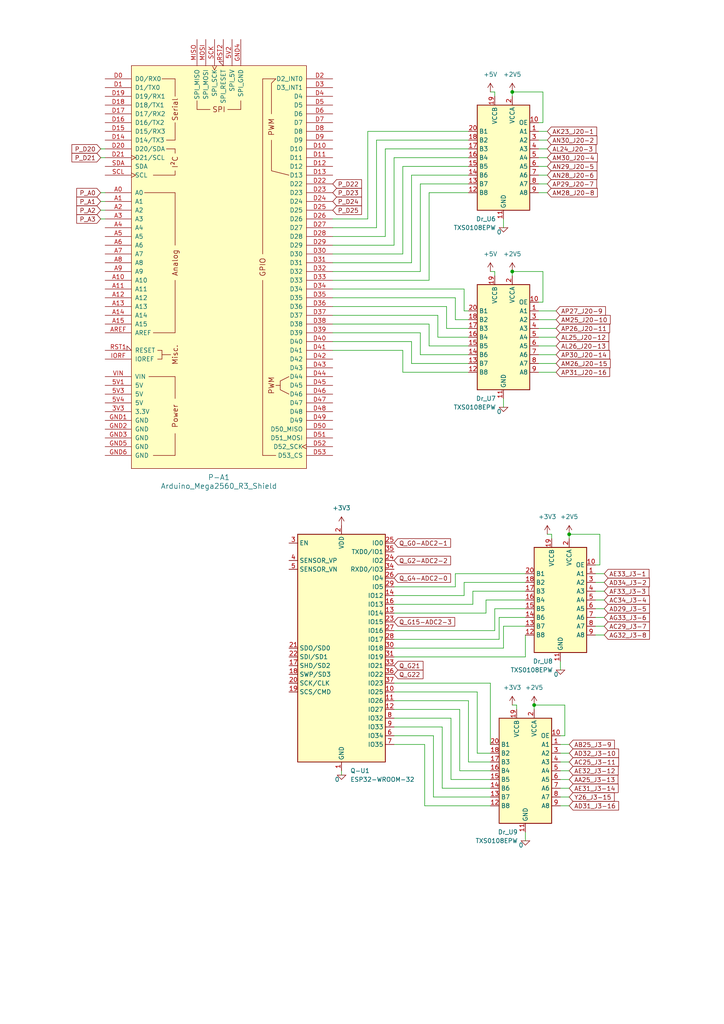
<source format=kicad_sch>
(kicad_sch (version 20230121) (generator eeschema)
  (paper "A4" portrait)
  (title_block (title "Maqueta de Laboratorio Remoto") (rev "2") (company "IIMAS UNAM") (comment 1 "Victor Manuel Lomas Barrie") (comment 2 "Abner Maya Vergara") (comment 3 "Autores:") (comment 4 "Circuito referido al diagrama de maqueta 2.0"))
  (lib_symbols
    (symbol "Logic_LevelTranslator:TXS0108EPW"
      (property "Reference" "U" (at -6.35 16.51 0))
      (property "Value" "TXS0108EPW" (at 3.81 16.51 0))
      (symbol "TXS0108EPW_0_1"
        (rectangle (start -7.62 15.24) (end 7.62 -15.24) (stroke (width 0.254)) (fill (type background)))
      )
      (symbol "TXS0108EPW_1_1"
        (pin bidirectional line (at -10.16 7.62 0) (length 2.54) (name "A1") (number "1"))
        (pin input line (at -10.16 10.16 0) (length 2.54) (name "OE") (number "10"))
        (pin power_in line (at 0 -17.78 90) (length 2.54) (name "GND") (number "11"))
        (pin bidirectional line (at 10.16 -10.16 180) (length 2.54) (name "B8") (number "12"))
        (pin bidirectional line (at 10.16 -7.62 180) (length 2.54) (name "B7") (number "13"))
        (pin bidirectional line (at 10.16 -5.08 180) (length 2.54) (name "B6") (number "14"))
        (pin bidirectional line (at 10.16 -2.54 180) (length 2.54) (name "B5") (number "15"))
        (pin bidirectional line (at 10.16 0 180) (length 2.54) (name "B4") (number "16"))
        (pin bidirectional line (at 10.16 2.54 180) (length 2.54) (name "B3") (number "17"))
        (pin bidirectional line (at 10.16 5.08 180) (length 2.54) (name "B2") (number "18"))
        (pin power_in line (at 2.54 17.78 270) (length 2.54) (name "VCCB") (number "19"))
        (pin power_in line (at -2.54 17.78 270) (length 2.54) (name "VCCA") (number "2"))
        (pin bidirectional line (at 10.16 7.62 180) (length 2.54) (name "B1") (number "20"))
        (pin bidirectional line (at -10.16 5.08 0) (length 2.54) (name "A2") (number "3"))
        (pin bidirectional line (at -10.16 2.54 0) (length 2.54) (name "A3") (number "4"))
        (pin bidirectional line (at -10.16 0 0) (length 2.54) (name "A4") (number "5"))
        (pin bidirectional line (at -10.16 -2.54 0) (length 2.54) (name "A5") (number "6"))
        (pin bidirectional line (at -10.16 -5.08 0) (length 2.54) (name "A6") (number "7"))
        (pin bidirectional line (at -10.16 -7.62 0) (length 2.54) (name "A7") (number "8"))
        (pin bidirectional line (at -10.16 -10.16 0) (length 2.54) (name "A8") (number "9"))
      )
    )
    (symbol "RF_Module:ESP32-WROOM-32"
      (property "Reference" "U" (at -12.7 34.29 0))
      (property "Value" "ESP32-WROOM-32" (at 1.27 34.29 0))
      (symbol "ESP32-WROOM-32_0_1"
        (rectangle (start -12.7 33.02) (end 12.7 -33.02) (stroke (width 0.254)) (fill (type background)))
      )
      (symbol "ESP32-WROOM-32_1_1"
        (pin power_in line (at 0 -35.56 90) (length 2.54) (name "GND") (number "1"))
        (pin bidirectional line (at 15.24 -12.7 180) (length 2.54) (name "IO25") (number "10"))
        (pin bidirectional line (at 15.24 -15.24 180) (length 2.54) (name "IO26") (number "11"))
        (pin bidirectional line (at 15.24 -17.78 180) (length 2.54) (name "IO27") (number "12"))
        (pin bidirectional line (at 15.24 10.16 180) (length 2.54) (name "IO14") (number "13"))
        (pin bidirectional line (at 15.24 15.24 180) (length 2.54) (name "IO12") (number "14"))
        (pin passive line (at 0 -35.56 90) (length 2.54) hide (name "GND") (number "15"))
        (pin bidirectional line (at 15.24 12.7 180) (length 2.54) (name "IO13") (number "16"))
        (pin bidirectional line (at -15.24 -5.08 0) (length 2.54) (name "SHD/SD2") (number "17"))
        (pin bidirectional line (at -15.24 -7.62 0) (length 2.54) (name "SWP/SD3") (number "18"))
        (pin bidirectional line (at -15.24 -12.7 0) (length 2.54) (name "SCS/CMD") (number "19"))
        (pin power_in line (at 0 35.56 270) (length 2.54) (name "VDD") (number "2"))
        (pin bidirectional line (at -15.24 -10.16 0) (length 2.54) (name "SCK/CLK") (number "20"))
        (pin bidirectional line (at -15.24 0 0) (length 2.54) (name "SDO/SD0") (number "21"))
        (pin bidirectional line (at -15.24 -2.54 0) (length 2.54) (name "SDI/SD1") (number "22"))
        (pin bidirectional line (at 15.24 7.62 180) (length 2.54) (name "IO15") (number "23"))
        (pin bidirectional line (at 15.24 25.4 180) (length 2.54) (name "IO2") (number "24"))
        (pin bidirectional line (at 15.24 30.48 180) (length 2.54) (name "IO0") (number "25"))
        (pin bidirectional line (at 15.24 20.32 180) (length 2.54) (name "IO4") (number "26"))
        (pin bidirectional line (at 15.24 5.08 180) (length 2.54) (name "IO16") (number "27"))
        (pin bidirectional line (at 15.24 2.54 180) (length 2.54) (name "IO17") (number "28"))
        (pin bidirectional line (at 15.24 17.78 180) (length 2.54) (name "IO5") (number "29"))
        (pin input line (at -15.24 30.48 0) (length 2.54) (name "EN") (number "3"))
        (pin bidirectional line (at 15.24 0 180) (length 2.54) (name "IO18") (number "30"))
        (pin bidirectional line (at 15.24 -2.54 180) (length 2.54) (name "IO19") (number "31"))
        (pin no_connect line (at -12.7 -27.94 0) (length 2.54) hide (name "NC") (number "32"))
        (pin bidirectional line (at 15.24 -5.08 180) (length 2.54) (name "IO21") (number "33"))
        (pin bidirectional line (at 15.24 22.86 180) (length 2.54) (name "RXD0/IO3") (number "34"))
        (pin bidirectional line (at 15.24 27.94 180) (length 2.54) (name "TXD0/IO1") (number "35"))
        (pin bidirectional line (at 15.24 -7.62 180) (length 2.54) (name "IO22") (number "36"))
        (pin bidirectional line (at 15.24 -10.16 180) (length 2.54) (name "IO23") (number "37"))
        (pin passive line (at 0 -35.56 90) (length 2.54) hide (name "GND") (number "38"))
        (pin passive line (at 0 -35.56 90) (length 2.54) hide (name "GND") (number "39"))
        (pin input line (at -15.24 25.4 0) (length 2.54) (name "SENSOR_VP") (number "4"))
        (pin input line (at -15.24 22.86 0) (length 2.54) (name "SENSOR_VN") (number "5"))
        (pin input line (at 15.24 -25.4 180) (length 2.54) (name "IO34") (number "6"))
        (pin input line (at 15.24 -27.94 180) (length 2.54) (name "IO35") (number "7"))
        (pin bidirectional line (at 15.24 -20.32 180) (length 2.54) (name "IO32") (number "8"))
        (pin bidirectional line (at 15.24 -22.86 180) (length 2.54) (name "IO33") (number "9"))
      )
    )
    (symbol "Simulation_SPICE:0" (power) (pin_names (offset 0))
      (property "Value" "0" (at 0 -1.778 0))
      (symbol "0_0_1"
        (polyline (pts (xy -1.27 0) (xy 0 -1.27) (xy 1.27 0) (xy -1.27 0)))
      )
      (symbol "0_1_1"
        (pin power_in line (at 0 0 0) (length 0) hide (name "0") (number "1"))
      )
    )
    (symbol "arduino-library:Arduino_Mega2560_R3_Shield" (pin_names (offset 1.016))
      (property "Reference" "A" (at 0 -62.23 0))
      (property "Value" "Arduino_Mega2560_R3_Shield" (at 0 -66.04 0))
      (symbol "Arduino_Mega2560_R3_Shield_0_0"
        (rectangle (start -25.4 -58.42) (end 25.4 58.42) (fill (type background)))
        (rectangle (start -20.32 -31.75) (end -12.7 -31.75))
        (rectangle (start -19.05 -54.61) (end -12.7 -54.61))
        (rectangle (start -19.05 -19.05) (end -12.7 -19.05))
        (rectangle (start -19.05 26.67) (end -12.7 26.67))
        (rectangle (start -17.78 -26.67) (end -16.51 -26.67))
        (rectangle (start -17.78 -24.13) (end -16.51 -24.13))
        (rectangle (start -16.51 -25.4) (end -13.97 -25.4))
        (rectangle (start -16.51 -24.13) (end -16.51 -26.67))
        (rectangle (start -16.51 54.61) (end -12.7 54.61))
        (rectangle (start -15.24 34.29) (end -12.7 34.29))
        (rectangle (start -15.24 36.83) (end -12.7 36.83))
        (rectangle (start -12.7 -54.61) (end -12.7 -48.26))
        (rectangle (start -12.7 -31.75) (end -12.7 -38.1))
        (rectangle (start -12.7 26.67) (end -12.7 27.94))
        (rectangle (start -12.7 34.29) (end -12.7 33.02))
        (rectangle (start -12.7 41.91) (end -12.7 36.83))
        (rectangle (start -12.7 49.53) (end -12.7 54.61))
        (rectangle (start -6.35 48.26) (end -6.35 45.72))
        (rectangle (start -2.54 45.72) (end -6.35 45.72))
        (polyline (pts (xy -21.59 21.59) (xy -12.7 21.59)))
        (polyline (pts (xy -12.7 -19.05) (xy -12.7 -3.81)))
        (polyline (pts (xy -12.7 6.35) (xy -12.7 21.59)))
        (polyline (pts (xy 12.7 -54.61) (xy 16.51 -54.61)))
        (polyline (pts (xy 12.7 54.61) (xy 16.51 54.61)))
        (polyline (pts (xy 17.78 -34.29) (xy 16.51 -34.29)))
        (polyline (pts (xy 15.24 36.83) (xy 15.24 27.94) (xy 20.32 26.67)))
        (polyline (pts (xy 15.24 44.45) (xy 15.24 53.34) (xy 16.51 54.61)))
        (polyline (pts (xy 20.32 -31.75) (xy 17.78 -33.02) (xy 17.78 -35.56) (xy 20.32 -36.83)))
        (rectangle (start 6.35 45.72) (end 2.54 45.72))
        (rectangle (start 6.35 48.26) (end 6.35 45.72))
        (text "Analog" (at -12.7 1.27 900) (effects (font (size 1.524 1.524))))
        (text "I²C" (at -12.7 30.48 900) (effects (font (size 1.524 1.524))))
        (text "Misc." (at -12.7 -25.4 900) (effects (font (size 1.524 1.524))))
        (text "Power" (at -12.7 -43.18 900) (effects (font (size 1.524 1.524))))
        (text "PWM" (at 15.24 -34.29 900) (effects (font (size 1.524 1.524))))
        (text "PWM" (at 15.24 40.64 900) (effects (font (size 1.524 1.524))))
        (text "Serial" (at -12.7 45.72 900) (effects (font (size 1.524 1.524))))
        (text "SPI" (at 0 45.72 0) (effects (font (size 1.524 1.524))))
      )
      (symbol "Arduino_Mega2560_R3_Shield_1_0"
        (rectangle (start 12.7 -54.61) (end 12.7 -3.81))
        (rectangle (start 12.7 54.61) (end 12.7 3.81))
        (text "GPIO" (at 12.7 0 900) (effects (font (size 1.524 1.524))))
      )
      (symbol "Arduino_Mega2560_R3_Shield_1_1"
        (pin power_out line (at -33.02 -41.91 0) (length 7.62) (name "3.3V") (number "3V3"))
        (pin power_in line (at -33.02 -34.29 0) (length 7.62) (name "5V") (number "5V1"))
        (pin power_in line (at 3.81 66.04 270) (length 7.62) (name "SPI_5V") (number "5V2"))
        (pin power_in line (at -33.02 -36.83 0) (length 7.62) (name "5V") (number "5V3"))
        (pin power_in line (at -33.02 -39.37 0) (length 7.62) (name "5V") (number "5V4"))
        (pin bidirectional line (at -33.02 21.59 0) (length 7.62) (name "A0") (number "A0"))
        (pin bidirectional line (at -33.02 19.05 0) (length 7.62) (name "A1") (number "A1"))
        (pin bidirectional line (at -33.02 -3.81 0) (length 7.62) (name "A10") (number "A10"))
        (pin bidirectional line (at -33.02 -6.35 0) (length 7.62) (name "A11") (number "A11"))
        (pin bidirectional line (at -33.02 -8.89 0) (length 7.62) (name "A12") (number "A12"))
        (pin bidirectional line (at -33.02 -11.43 0) (length 7.62) (name "A13") (number "A13"))
        (pin bidirectional line (at -33.02 -13.97 0) (length 7.62) (name "A14") (number "A14"))
        (pin bidirectional line (at -33.02 -16.51 0) (length 7.62) (name "A15") (number "A15"))
        (pin bidirectional line (at -33.02 16.51 0) (length 7.62) (name "A2") (number "A2"))
        (pin bidirectional line (at -33.02 13.97 0) (length 7.62) (name "A3") (number "A3"))
        (pin bidirectional line (at -33.02 11.43 0) (length 7.62) (name "A4") (number "A4"))
        (pin bidirectional line (at -33.02 8.89 0) (length 7.62) (name "A5") (number "A5"))
        (pin bidirectional line (at -33.02 6.35 0) (length 7.62) (name "A6") (number "A6"))
        (pin bidirectional line (at -33.02 3.81 0) (length 7.62) (name "A7") (number "A7"))
        (pin bidirectional line (at -33.02 1.27 0) (length 7.62) (name "A8") (number "A8"))
        (pin bidirectional line (at -33.02 -1.27 0) (length 7.62) (name "A9") (number "A9"))
        (pin input line (at -33.02 -19.05 0) (length 7.62) (name "AREF") (number "AREF"))
        (pin bidirectional line (at -33.02 54.61 0) (length 7.62) (name "D0/RX0") (number "D0"))
        (pin bidirectional line (at -33.02 52.07 0) (length 7.62) (name "D1/TX0") (number "D1"))
        (pin bidirectional line (at 33.02 34.29 180) (length 7.62) (name "D10") (number "D10"))
        (pin bidirectional line (at 33.02 31.75 180) (length 7.62) (name "D11") (number "D11"))
        (pin bidirectional line (at 33.02 29.21 180) (length 7.62) (name "D12") (number "D12"))
        (pin bidirectional line (at 33.02 26.67 180) (length 7.62) (name "D13") (number "D13"))
        (pin bidirectional line (at -33.02 36.83 0) (length 7.62) (name "D14/TX3") (number "D14"))
        (pin bidirectional line (at -33.02 39.37 0) (length 7.62) (name "D15/RX3") (number "D15"))
        (pin bidirectional line (at -33.02 41.91 0) (length 7.62) (name "D16/TX2") (number "D16"))
        (pin bidirectional line (at -33.02 44.45 0) (length 7.62) (name "D17/RX2") (number "D17"))
        (pin bidirectional line (at -33.02 46.99 0) (length 7.62) (name "D18/TX1") (number "D18"))
        (pin bidirectional line (at -33.02 49.53 0) (length 7.62) (name "D19/RX1") (number "D19"))
        (pin bidirectional line (at 33.02 54.61 180) (length 7.62) (name "D2_INT0") (number "D2"))
        (pin bidirectional line (at -33.02 34.29 0) (length 7.62) (name "D20/SDA") (number "D20"))
        (pin bidirectional clock (at -33.02 31.75 0) (length 7.62) (name "D21/SCL") (number "D21"))
        (pin bidirectional line (at 33.02 24.13 180) (length 7.62) (name "D22") (number "D22"))
        (pin bidirectional line (at 33.02 21.59 180) (length 7.62) (name "D23") (number "D23"))
        (pin bidirectional line (at 33.02 19.05 180) (length 7.62) (name "D24") (number "D24"))
        (pin bidirectional line (at 33.02 16.51 180) (length 7.62) (name "D25") (number "D25"))
        (pin bidirectional line (at 33.02 13.97 180) (length 7.62) (name "D26") (number "D26"))
        (pin bidirectional line (at 33.02 11.43 180) (length 7.62) (name "D27") (number "D27"))
        (pin bidirectional line (at 33.02 8.89 180) (length 7.62) (name "D28") (number "D28"))
        (pin bidirectional line (at 33.02 6.35 180) (length 7.62) (name "D29") (number "D29"))
        (pin bidirectional line (at 33.02 52.07 180) (length 7.62) (name "D3_INT1") (number "D3"))
        (pin bidirectional line (at 33.02 3.81 180) (length 7.62) (name "D30") (number "D30"))
        (pin bidirectional line (at 33.02 1.27 180) (length 7.62) (name "D31") (number "D31"))
        (pin bidirectional line (at 33.02 -1.27 180) (length 7.62) (name "D32") (number "D32"))
        (pin bidirectional line (at 33.02 -3.81 180) (length 7.62) (name "D33") (number "D33"))
        (pin bidirectional line (at 33.02 -6.35 180) (length 7.62) (name "D34") (number "D34"))
        (pin bidirectional line (at 33.02 -8.89 180) (length 7.62) (name "D35") (number "D35"))
        (pin bidirectional line (at 33.02 -11.43 180) (length 7.62) (name "D36") (number "D36"))
        (pin bidirectional line (at 33.02 -13.97 180) (length 7.62) (name "D37") (number "D37"))
        (pin bidirectional line (at 33.02 -16.51 180) (length 7.62) (name "D38") (number "D38"))
        (pin bidirectional line (at 33.02 -19.05 180) (length 7.62) (name "D39") (number "D39"))
        (pin bidirectional line (at 33.02 49.53 180) (length 7.62) (name "D4") (number "D4"))
        (pin bidirectional line (at 33.02 -21.59 180) (length 7.62) (name "D40") (number "D40"))
        (pin bidirectional line (at 33.02 -24.13 180) (length 7.62) (name "D41") (number "D41"))
        (pin bidirectional line (at 33.02 -26.67 180) (length 7.62) (name "D42") (number "D42"))
        (pin bidirectional line (at 33.02 -29.21 180) (length 7.62) (name "D43") (number "D43"))
        (pin bidirectional line (at 33.02 -31.75 180) (length 7.62) (name "D44") (number "D44"))
        (pin bidirectional line (at 33.02 -34.29 180) (length 7.62) (name "D45") (number "D45"))
        (pin bidirectional line (at 33.02 -36.83 180) (length 7.62) (name "D46") (number "D46"))
        (pin bidirectional line (at 33.02 -39.37 180) (length 7.62) (name "D47") (number "D47"))
        (pin bidirectional line (at 33.02 -41.91 180) (length 7.62) (name "D48") (number "D48"))
        (pin bidirectional line (at 33.02 -44.45 180) (length 7.62) (name "D49") (number "D49"))
        (pin bidirectional line (at 33.02 46.99 180) (length 7.62) (name "D5") (number "D5"))
        (pin bidirectional line (at 33.02 -46.99 180) (length 7.62) (name "D50_MISO") (number "D50"))
        (pin bidirectional line (at 33.02 -49.53 180) (length 7.62) (name "D51_MOSI") (number "D51"))
        (pin bidirectional clock (at 33.02 -52.07 180) (length 7.62) (name "D52_SCK") (number "D52"))
        (pin bidirectional line (at 33.02 -54.61 180) (length 7.62) (name "D53_CS") (number "D53"))
        (pin bidirectional line (at 33.02 44.45 180) (length 7.62) (name "D6") (number "D6"))
        (pin bidirectional line (at 33.02 41.91 180) (length 7.62) (name "D7") (number "D7"))
        (pin bidirectional line (at 33.02 39.37 180) (length 7.62) (name "D8") (number "D8"))
        (pin bidirectional line (at 33.02 36.83 180) (length 7.62) (name "D9") (number "D9"))
        (pin power_in line (at -33.02 -44.45 0) (length 7.62) (name "GND") (number "GND1"))
        (pin power_in line (at -33.02 -46.99 0) (length 7.62) (name "GND") (number "GND2"))
        (pin power_in line (at -33.02 -49.53 0) (length 7.62) (name "GND") (number "GND3"))
        (pin power_in line (at 6.35 66.04 270) (length 7.62) (name "SPI_GND") (number "GND4"))
        (pin power_in line (at -33.02 -52.07 0) (length 7.62) (name "GND") (number "GND5"))
        (pin power_in line (at -33.02 -54.61 0) (length 7.62) (name "GND") (number "GND6"))
        (pin output line (at -33.02 -26.67 0) (length 7.62) (name "IOREF") (number "IORF"))
        (pin input line (at -6.35 66.04 270) (length 7.62) (name "SPI_MISO") (number "MISO"))
        (pin output line (at -3.81 66.04 270) (length 7.62) (name "SPI_MOSI") (number "MOSI"))
        (pin open_collector input_low (at -33.02 -24.13 0) (length 7.62) (name "RESET") (number "RST1"))
        (pin open_collector input_low (at 1.27 66.04 270) (length 7.62) (name "SPI_RESET") (number "RST2"))
        (pin output clock (at -1.27 66.04 270) (length 7.62) (name "SPI_SCK") (number "SCK"))
        (pin bidirectional clock (at -33.02 26.67 0) (length 7.62) (name "SCL") (number "SCL"))
        (pin bidirectional line (at -33.02 29.21 0) (length 7.62) (name "SDA") (number "SDA"))
        (pin power_in line (at -33.02 -31.75 0) (length 7.62) (name "VIN") (number "VIN"))
      )
    )
    (symbol "power:+2V5" (power) (pin_names (offset 0))
      (property "Value" "+2V5" (at 0 3.556 0))
      (symbol "+2V5_0_1"
        (polyline (pts (xy -0.762 1.27) (xy 0 2.54)))
        (polyline (pts (xy 0 0) (xy 0 2.54)))
        (polyline (pts (xy 0 2.54) (xy 0.762 1.27)))
      )
      (symbol "+2V5_1_1"
        (pin power_in line (at 0 0 90) (length 0) hide (name "+2V5") (number "1"))
      )
    )
    (symbol "power:+3V3" (power) (pin_names (offset 0))
      (property "Value" "+3V3" (at 0 3.556 0))
      (symbol "+3V3_0_1"
        (polyline (pts (xy -0.762 1.27) (xy 0 2.54)))
        (polyline (pts (xy 0 0) (xy 0 2.54)))
        (polyline (pts (xy 0 2.54) (xy 0.762 1.27)))
      )
      (symbol "+3V3_1_1"
        (pin power_in line (at 0 0 90) (length 0) hide (name "+3V3") (number "1"))
      )
    )
    (symbol "power:+5V" (power) (pin_names (offset 0))
      (property "Value" "+5V" (at 0 3.556 0))
      (symbol "+5V_0_1"
        (polyline (pts (xy -0.762 1.27) (xy 0 2.54)))
        (polyline (pts (xy 0 0) (xy 0 2.54)))
        (polyline (pts (xy 0 2.54) (xy 0.762 1.27)))
      )
      (symbol "+5V_1_1"
        (pin power_in line (at 0 0 90) (length 0) hide (name "+5V") (number "1"))
      )
    )
  )
  (junction (at 165.1 154.94))
  (junction (at 154.94 204.47))
  (junction (at 148.59 26.67))
  (junction (at 148.59 78.74))
  (wire (pts (xy 142.24 233.68) (xy 123.19 233.68)))
  (wire (pts (xy 106.68 63.5) (xy 106.68 38.1)))
  (wire (pts (xy 140.97 177.8) (xy 114.3 177.8)))
  (wire (pts (xy 172.72 163.83) (xy 173.99 163.83)))
  (wire (pts (xy 175.26 181.61) (xy 172.72 181.61)))
  (wire (pts (xy 119.38 50.8) (xy 119.38 76.2)))
  (wire (pts (xy 152.4 168.91) (xy 134.62 168.91)))
  (wire (pts (xy 161.29 105.41) (xy 156.21 105.41)))
  (wire (pts (xy 165.1 231.14) (xy 162.56 231.14)))
  (wire (pts (xy 96.52 101.6) (xy 116.84 101.6)))
  (wire (pts (xy 127 97.79) (xy 135.89 97.79)))
  (wire (pts (xy 124.46 100.33) (xy 135.89 100.33)))
  (wire (pts (xy 114.3 190.5) (xy 152.4 190.5)))
  (wire (pts (xy 156.21 87.63) (xy 157.48 87.63)))
  (wire (pts (xy 132.08 166.37) (xy 132.08 170.18)))
  (wire (pts (xy 152.4 184.15) (xy 152.4 190.5)))
  (wire (pts (xy 144.78 185.42) (xy 114.3 185.42)))
  (wire (pts (xy 158.75 55.88) (xy 156.21 55.88)))
  (wire (pts (xy 161.29 97.79) (xy 156.21 97.79)))
  (wire (pts (xy 144.78 179.07) (xy 144.78 185.42)))
  (wire (pts (xy 124.46 81.28) (xy 124.46 55.88)))
  (wire (pts (xy 121.92 53.34) (xy 135.89 53.34)))
  (wire (pts (xy 96.52 99.06) (xy 119.38 99.06)))
  (wire (pts (xy 161.29 100.33) (xy 156.21 100.33)))
  (wire (pts (xy 152.4 173.99) (xy 140.97 173.99)))
  (wire (pts (xy 29.21 63.5) (xy 30.48 63.5)))
  (wire (pts (xy 165.1 218.44) (xy 162.56 218.44)))
  (wire (pts (xy 134.62 83.82) (xy 134.62 90.17)))
  (wire (pts (xy 165.1 226.06) (xy 162.56 226.06)))
  (wire (pts (xy 114.3 208.28) (xy 130.81 208.28)))
  (wire (pts (xy 116.84 107.95) (xy 135.89 107.95)))
  (wire (pts (xy 29.21 45.72) (xy 30.48 45.72)))
  (wire (pts (xy 130.81 226.06) (xy 142.24 226.06)))
  (wire (pts (xy 129.54 95.25) (xy 135.89 95.25)))
  (wire (pts (xy 149.86 204.47) (xy 149.86 205.74)))
  (wire (pts (xy 137.16 175.26) (xy 114.3 175.26)))
  (wire (pts (xy 134.62 90.17) (xy 135.89 90.17)))
  (wire (pts (xy 175.26 179.07) (xy 172.72 179.07)))
  (wire (pts (xy 134.62 172.72) (xy 114.3 172.72)))
  (wire (pts (xy 158.75 48.26) (xy 156.21 48.26)))
  (wire (pts (xy 175.26 176.53) (xy 172.72 176.53)))
  (wire (pts (xy 173.99 154.94) (xy 165.1 154.94)))
  (wire (pts (xy 152.4 176.53) (xy 143.51 176.53)))
  (wire (pts (xy 123.19 215.9) (xy 114.3 215.9)))
  (wire (pts (xy 119.38 105.41) (xy 135.89 105.41)))
  (wire (pts (xy 121.92 78.74) (xy 121.92 53.34)))
  (wire (pts (xy 128.27 228.6) (xy 128.27 210.82)))
  (wire (pts (xy 165.1 228.6) (xy 162.56 228.6)))
  (wire (pts (xy 157.48 26.67) (xy 148.59 26.67)))
  (wire (pts (xy 152.4 241.3) (xy 152.4 243.84)))
  (wire (pts (xy 157.48 87.63) (xy 157.48 78.74)))
  (wire (pts (xy 96.52 68.58) (xy 111.76 68.58)))
  (wire (pts (xy 173.99 163.83) (xy 173.99 154.94)))
  (wire (pts (xy 146.05 181.61) (xy 146.05 187.96)))
  (wire (pts (xy 162.56 191.77) (xy 162.56 194.31)))
  (wire (pts (xy 143.51 78.74) (xy 142.24 78.74)))
  (wire (pts (xy 143.51 176.53) (xy 143.51 182.88)))
  (wire (pts (xy 152.4 166.37) (xy 132.08 166.37)))
  (wire (pts (xy 116.84 101.6) (xy 116.84 107.95)))
  (wire (pts (xy 146.05 115.57) (xy 146.05 118.11)))
  (wire (pts (xy 96.52 78.74) (xy 121.92 78.74)))
  (wire (pts (xy 135.89 220.98) (xy 142.24 220.98)))
  (wire (pts (xy 148.59 78.74) (xy 148.59 80.01)))
  (wire (pts (xy 158.75 40.64) (xy 156.21 40.64)))
  (wire (pts (xy 133.35 205.74) (xy 114.3 205.74)))
  (wire (pts (xy 29.21 58.42) (xy 30.48 58.42)))
  (wire (pts (xy 158.75 50.8) (xy 156.21 50.8)))
  (wire (pts (xy 130.81 208.28) (xy 130.81 226.06)))
  (wire (pts (xy 175.26 168.91) (xy 172.72 168.91)))
  (wire (pts (xy 143.51 78.74) (xy 143.51 80.01)))
  (wire (pts (xy 114.3 45.72) (xy 135.89 45.72)))
  (wire (pts (xy 114.3 200.66) (xy 138.43 200.66)))
  (wire (pts (xy 143.51 182.88) (xy 114.3 182.88)))
  (wire (pts (xy 175.26 184.15) (xy 172.72 184.15)))
  (wire (pts (xy 119.38 99.06) (xy 119.38 105.41)))
  (wire (pts (xy 157.48 78.74) (xy 148.59 78.74)))
  (wire (pts (xy 96.52 71.12) (xy 114.3 71.12)))
  (wire (pts (xy 96.52 86.36) (xy 132.08 86.36)))
  (wire (pts (xy 146.05 63.5) (xy 146.05 66.04)))
  (wire (pts (xy 96.52 88.9) (xy 129.54 88.9)))
  (wire (pts (xy 114.3 71.12) (xy 114.3 45.72)))
  (wire (pts (xy 109.22 40.64) (xy 135.89 40.64)))
  (wire (pts (xy 99.06 223.52) (xy 99.06 224.79)))
  (wire (pts (xy 116.84 73.66) (xy 116.84 48.26)))
  (wire (pts (xy 143.51 26.67) (xy 143.51 27.94)))
  (wire (pts (xy 125.73 213.36) (xy 125.73 231.14)))
  (wire (pts (xy 165.1 233.68) (xy 162.56 233.68)))
  (wire (pts (xy 96.52 81.28) (xy 124.46 81.28)))
  (wire (pts (xy 114.3 203.2) (xy 135.89 203.2)))
  (wire (pts (xy 158.75 43.18) (xy 156.21 43.18)))
  (wire (pts (xy 129.54 88.9) (xy 129.54 95.25)))
  (wire (pts (xy 96.52 96.52) (xy 121.92 96.52)))
  (wire (pts (xy 165.1 154.94) (xy 165.1 156.21)))
  (wire (pts (xy 138.43 200.66) (xy 138.43 218.44)))
  (wire (pts (xy 142.24 223.52) (xy 133.35 223.52)))
  (wire (pts (xy 142.24 215.9) (xy 142.24 198.12)))
  (wire (pts (xy 137.16 171.45) (xy 137.16 175.26)))
  (wire (pts (xy 158.75 38.1) (xy 156.21 38.1)))
  (wire (pts (xy 138.43 218.44) (xy 142.24 218.44)))
  (wire (pts (xy 161.29 107.95) (xy 156.21 107.95)))
  (wire (pts (xy 163.83 204.47) (xy 154.94 204.47)))
  (wire (pts (xy 133.35 223.52) (xy 133.35 205.74)))
  (wire (pts (xy 111.76 68.58) (xy 111.76 43.18)))
  (wire (pts (xy 165.1 215.9) (xy 162.56 215.9)))
  (wire (pts (xy 146.05 187.96) (xy 114.3 187.96)))
  (wire (pts (xy 96.52 76.2) (xy 119.38 76.2)))
  (wire (pts (xy 175.26 166.37) (xy 172.72 166.37)))
  (wire (pts (xy 163.83 213.36) (xy 163.83 204.47)))
  (wire (pts (xy 96.52 73.66) (xy 116.84 73.66)))
  (wire (pts (xy 121.92 96.52) (xy 121.92 102.87)))
  (wire (pts (xy 165.1 220.98) (xy 162.56 220.98)))
  (wire (pts (xy 29.21 43.18) (xy 30.48 43.18)))
  (wire (pts (xy 142.24 228.6) (xy 128.27 228.6)))
  (wire (pts (xy 160.02 154.94) (xy 160.02 156.21)))
  (wire (pts (xy 116.84 48.26) (xy 135.89 48.26)))
  (wire (pts (xy 132.08 86.36) (xy 132.08 92.71)))
  (wire (pts (xy 161.29 102.87) (xy 156.21 102.87)))
  (wire (pts (xy 143.51 26.67) (xy 142.24 26.67)))
  (wire (pts (xy 152.4 181.61) (xy 146.05 181.61)))
  (wire (pts (xy 135.89 203.2) (xy 135.89 220.98)))
  (wire (pts (xy 125.73 231.14) (xy 142.24 231.14)))
  (wire (pts (xy 157.48 35.56) (xy 157.48 26.67)))
  (wire (pts (xy 96.52 93.98) (xy 124.46 93.98)))
  (wire (pts (xy 161.29 90.17) (xy 156.21 90.17)))
  (wire (pts (xy 158.75 45.72) (xy 156.21 45.72)))
  (wire (pts (xy 121.92 102.87) (xy 135.89 102.87)))
  (wire (pts (xy 152.4 171.45) (xy 137.16 171.45)))
  (wire (pts (xy 29.21 55.88) (xy 30.48 55.88)))
  (wire (pts (xy 160.02 154.94) (xy 158.75 154.94)))
  (wire (pts (xy 124.46 55.88) (xy 135.89 55.88)))
  (wire (pts (xy 158.75 53.34) (xy 156.21 53.34)))
  (wire (pts (xy 149.86 204.47) (xy 148.59 204.47)))
  (wire (pts (xy 128.27 210.82) (xy 114.3 210.82)))
  (wire (pts (xy 111.76 43.18) (xy 135.89 43.18)))
  (wire (pts (xy 175.26 173.99) (xy 172.72 173.99)))
  (wire (pts (xy 132.08 92.71) (xy 135.89 92.71)))
  (wire (pts (xy 96.52 63.5) (xy 106.68 63.5)))
  (wire (pts (xy 106.68 38.1) (xy 135.89 38.1)))
  (wire (pts (xy 161.29 95.25) (xy 156.21 95.25)))
  (wire (pts (xy 161.29 92.71) (xy 156.21 92.71)))
  (wire (pts (xy 134.62 168.91) (xy 134.62 172.72)))
  (wire (pts (xy 175.26 171.45) (xy 172.72 171.45)))
  (wire (pts (xy 142.24 198.12) (xy 114.3 198.12)))
  (wire (pts (xy 148.59 26.67) (xy 148.59 27.94)))
  (wire (pts (xy 109.22 66.04) (xy 109.22 40.64)))
  (wire (pts (xy 132.08 170.18) (xy 114.3 170.18)))
  (wire (pts (xy 96.52 91.44) (xy 127 91.44)))
  (wire (pts (xy 96.52 66.04) (xy 109.22 66.04)))
  (wire (pts (xy 123.19 233.68) (xy 123.19 215.9)))
  (wire (pts (xy 154.94 204.47) (xy 154.94 205.74)))
  (wire (pts (xy 114.3 213.36) (xy 125.73 213.36)))
  (wire (pts (xy 124.46 93.98) (xy 124.46 100.33)))
  (wire (pts (xy 156.21 35.56) (xy 157.48 35.56)))
  (wire (pts (xy 29.21 60.96) (xy 30.48 60.96)))
  (wire (pts (xy 119.38 50.8) (xy 135.89 50.8)))
  (wire (pts (xy 144.78 179.07) (xy 152.4 179.07)))
  (wire (pts (xy 165.1 223.52) (xy 162.56 223.52)))
  (wire (pts (xy 96.52 83.82) (xy 134.62 83.82)))
  (wire (pts (xy 127 91.44) (xy 127 97.79)))
  (wire (pts (xy 140.97 173.99) (xy 140.97 177.8)))
  (wire (pts (xy 162.56 213.36) (xy 163.83 213.36)))
  (global_label "AD32_J3-10" (shape input) (at 165.1 218.44 0) (property "Intersheetrefs" "${INTERSHEET_REFS}" (effects hide)))
  (global_label "P_D24" (shape input) (at 96.52 58.42 0) (property "Intersheetrefs" "${INTERSHEET_REFS}" (effects hide)))
  (global_label "AG33_J3-6" (shape input) (at 175.26 179.07 0) (property "Intersheetrefs" "${INTERSHEET_REFS}" (effects hide)))
  (global_label "AM30_J20-4" (shape input) (at 158.75 45.72 0) (property "Intersheetrefs" "${INTERSHEET_REFS}" (effects hide)))
  (global_label "P_D21" (shape input) (at 29.21 45.72 180) (property "Intersheetrefs" "${INTERSHEET_REFS}" (effects hide)))
  (global_label "AM28_J20-8" (shape input) (at 158.75 55.88 0) (property "Intersheetrefs" "${INTERSHEET_REFS}" (effects hide)))
  (global_label "Q_G15-ADC2-3" (shape input) (at 114.3 180.34 0) (property "Intersheetrefs" "${INTERSHEET_REFS}" (effects hide)))
  (global_label "AD29_J3-5" (shape input) (at 175.26 176.53 0) (property "Intersheetrefs" "${INTERSHEET_REFS}" (effects hide)))
  (global_label "AD34_J3-2" (shape input) (at 175.26 168.91 0) (property "Intersheetrefs" "${INTERSHEET_REFS}" (effects hide)))
  (global_label "P_D23" (shape input) (at 96.52 55.88 0) (property "Intersheetrefs" "${INTERSHEET_REFS}" (effects hide)))
  (global_label "Q_G4-ADC2-0" (shape input) (at 114.3 167.64 0) (property "Intersheetrefs" "${INTERSHEET_REFS}" (effects hide)))
  (global_label "AL26_J20-13" (shape input) (at 161.29 100.33 0) (property "Intersheetrefs" "${INTERSHEET_REFS}" (effects hide)))
  (global_label "AE33_J3-1" (shape input) (at 175.26 166.37 0) (property "Intersheetrefs" "${INTERSHEET_REFS}" (effects hide)))
  (global_label "AC29_J3-7" (shape input) (at 175.26 181.61 0) (property "Intersheetrefs" "${INTERSHEET_REFS}" (effects hide)))
  (global_label "AL24_J20-3" (shape input) (at 158.75 43.18 0) (property "Intersheetrefs" "${INTERSHEET_REFS}" (effects hide)))
  (global_label "AF33_J3-3" (shape input) (at 175.26 171.45 0) (property "Intersheetrefs" "${INTERSHEET_REFS}" (effects hide)))
  (global_label "AM26_J20-15" (shape input) (at 161.29 105.41 0) (property "Intersheetrefs" "${INTERSHEET_REFS}" (effects hide)))
  (global_label "AC25_J3-11" (shape input) (at 165.1 220.98 0) (property "Intersheetrefs" "${INTERSHEET_REFS}" (effects hide)))
  (global_label "AN30_J20-2" (shape input) (at 158.75 40.64 0) (property "Intersheetrefs" "${INTERSHEET_REFS}" (effects hide)))
  (global_label "AN28_J20-6" (shape input) (at 158.75 50.8 0) (property "Intersheetrefs" "${INTERSHEET_REFS}" (effects hide)))
  (global_label "Q_G22" (shape input) (at 114.3 195.58 0) (property "Intersheetrefs" "${INTERSHEET_REFS}" (effects hide)))
  (global_label "AP31_J20-16" (shape input) (at 161.29 107.95 0) (property "Intersheetrefs" "${INTERSHEET_REFS}" (effects hide)))
  (global_label "AE31_J3-14" (shape input) (at 165.1 228.6 0) (property "Intersheetrefs" "${INTERSHEET_REFS}" (effects hide)))
  (global_label "Q_G0-ADC2-1" (shape input) (at 114.3 157.48 0) (property "Intersheetrefs" "${INTERSHEET_REFS}" (effects hide)))
  (global_label "AM25_J20-10" (shape input) (at 161.29 92.71 0) (property "Intersheetrefs" "${INTERSHEET_REFS}" (effects hide)))
  (global_label "P_A3" (shape input) (at 29.21 63.5 180) (property "Intersheetrefs" "${INTERSHEET_REFS}" (effects hide)))
  (global_label "P_D20" (shape input) (at 29.21 43.18 180) (property "Intersheetrefs" "${INTERSHEET_REFS}" (effects hide)))
  (global_label "Q_G2-ADC2-2" (shape input) (at 114.3 162.56 0) (property "Intersheetrefs" "${INTERSHEET_REFS}" (effects hide)))
  (global_label "AP27_J20-9" (shape input) (at 161.29 90.17 0) (property "Intersheetrefs" "${INTERSHEET_REFS}" (effects hide)))
  (global_label "AA25_J3-13" (shape input) (at 165.1 226.06 0) (property "Intersheetrefs" "${INTERSHEET_REFS}" (effects hide)))
  (global_label "AP30_J20-14" (shape input) (at 161.29 102.87 0) (property "Intersheetrefs" "${INTERSHEET_REFS}" (effects hide)))
  (global_label "AN29_J20-5" (shape input) (at 158.75 48.26 0) (property "Intersheetrefs" "${INTERSHEET_REFS}" (effects hide)))
  (global_label "P_A2" (shape input) (at 29.21 60.96 180) (property "Intersheetrefs" "${INTERSHEET_REFS}" (effects hide)))
  (global_label "AK23_J20-1" (shape input) (at 158.75 38.1 0) (property "Intersheetrefs" "${INTERSHEET_REFS}" (effects hide)))
  (global_label "AE32_J3-12" (shape input) (at 165.1 223.52 0) (property "Intersheetrefs" "${INTERSHEET_REFS}" (effects hide)))
  (global_label "AL25_J20-12" (shape input) (at 161.29 97.79 0) (property "Intersheetrefs" "${INTERSHEET_REFS}" (effects hide)))
  (global_label "AG32_J3-8" (shape input) (at 175.26 184.15 0) (property "Intersheetrefs" "${INTERSHEET_REFS}" (effects hide)))
  (global_label "Y26_J3-15" (shape input) (at 165.1 231.14 0) (property "Intersheetrefs" "${INTERSHEET_REFS}" (effects hide)))
  (global_label "AP29_J20-7" (shape input) (at 158.75 53.34 0) (property "Intersheetrefs" "${INTERSHEET_REFS}" (effects hide)))
  (global_label "P_A0" (shape input) (at 29.21 55.88 180) (property "Intersheetrefs" "${INTERSHEET_REFS}" (effects hide)))
  (global_label "AD31_J3-16" (shape input) (at 165.1 233.68 0) (property "Intersheetrefs" "${INTERSHEET_REFS}" (effects hide)))
  (global_label "AP26_J20-11" (shape input) (at 161.29 95.25 0) (property "Intersheetrefs" "${INTERSHEET_REFS}" (effects hide)))
  (global_label "AB25_J3-9" (shape input) (at 165.1 215.9 0) (property "Intersheetrefs" "${INTERSHEET_REFS}" (effects hide)))
  (global_label "AC34_J3-4" (shape input) (at 175.26 173.99 0) (property "Intersheetrefs" "${INTERSHEET_REFS}" (effects hide)))
  (global_label "Q_G21" (shape input) (at 114.3 193.04 0) (property "Intersheetrefs" "${INTERSHEET_REFS}" (effects hide)))
  (global_label "P_D25" (shape input) (at 96.52 60.96 0) (property "Intersheetrefs" "${INTERSHEET_REFS}" (effects hide)))
  (global_label "P_D22" (shape input) (at 96.52 53.34 0) (property "Intersheetrefs" "${INTERSHEET_REFS}" (effects hide)))
  (global_label "P_A1" (shape input) (at 29.21 58.42 180) (property "Intersheetrefs" "${INTERSHEET_REFS}" (effects hide)))
  (symbol (lib_id "Simulation_SPICE:0") (at 162.56 194.31 0) (mirror y) (unit 1)
    (property "Reference" "#GND097" (effects hide))
    (property "Value" "0" (at 161.29 195.58 0))
  )
  (symbol (lib_id "Simulation_SPICE:0") (at 146.05 66.04 0) (mirror y) (unit 1)
    (property "Reference" "#GND095" (effects hide))
    (property "Value" "0" (at 144.78 67.31 0))
  )
  (symbol (lib_id "Logic_LevelTranslator:TXS0108EPW") (at 146.05 45.72 0) (mirror y) (unit 1)
    (property "Reference" "Dr_U6" (at 143.8559 63.5 0) (effects (justify left)))
    (property "Value" "TXS0108EPW" (at 143.8559 66.04 0) (effects (justify left)))
    (property "Footprint" "Package_SO:TSSOP-20_4.4x6.5mm_P0.65mm" (effects hide))
    (property "Datasheet" "www.ti.com/lit/ds/symlink/txs0108e.pdf" (effects hide))
  )
  (symbol (lib_id "power:+3V3") (at 148.59 204.47 0) (unit 1)
    (property "Reference" "#PWR074" (effects hide))
    (property "Value" "+3V3" (at 148.59 199.39 0))
  )
  (symbol (lib_id "power:+2V5") (at 148.59 26.67 0) (mirror y) (unit 1)
    (property "Reference" "#PWR068" (effects hide))
    (property "Value" "+2V5" (at 148.59 21.59 0))
  )
  (symbol (lib_id "Logic_LevelTranslator:TXS0108EPW") (at 152.4 223.52 0) (mirror y) (unit 1)
    (property "Reference" "Dr_U9" (at 150.2059 241.3 0) (effects (justify left)))
    (property "Value" "TXS0108EPW" (at 150.2059 243.84 0) (effects (justify left)))
    (property "Footprint" "Package_SO:TSSOP-20_4.4x6.5mm_P0.65mm" (effects hide))
    (property "Datasheet" "www.ti.com/lit/ds/symlink/txs0108e.pdf" (effects hide))
  )
  (symbol (lib_id "power:+5V") (at 142.24 78.74 0) (mirror y) (unit 1)
    (property "Reference" "#PWR069" (effects hide))
    (property "Value" "+5V" (at 142.24 73.66 0))
  )
  (symbol (lib_id "Simulation_SPICE:0") (at 99.06 224.79 0) (mirror y) (unit 1)
    (property "Reference" "#GND098" (effects hide))
    (property "Value" "0" (at 97.79 226.06 0))
  )
  (symbol (lib_id "power:+3V3") (at 158.75 154.94 0) (unit 1)
    (property "Reference" "#PWR072" (effects hide))
    (property "Value" "+3V3" (at 158.75 149.86 0))
  )
  (symbol (lib_id "power:+3V3") (at 99.06 152.4 0) (unit 1)
    (property "Reference" "#PWR071" (effects hide))
    (property "Value" "+3V3" (at 99.06 147.32 0))
  )
  (symbol (lib_id "arduino-library:Arduino_Mega2560_R3_Shield") (at 63.5 77.47 0) (unit 1)
    (property "Reference" "P-A1" (at 63.5 138.43 0) (effects (font (size 1.524 1.524))))
    (property "Value" "Arduino_Mega2560_R3_Shield" (at 63.5 140.97 0) (effects (font (size 1.524 1.524))))
    (property "Footprint" "PCM_arduino-library:Arduino_Mega2560_R3_Shield" (effects hide))
    (property "Datasheet" "https://docs.arduino.cc/hardware/mega-2560" (effects hide))
  )
  (symbol (lib_id "Logic_LevelTranslator:TXS0108EPW") (at 162.56 173.99 0) (mirror y) (unit 1)
    (property "Reference" "Dr_U8" (at 160.3659 191.77 0) (effects (justify left)))
    (property "Value" "TXS0108EPW" (at 160.3659 194.31 0) (effects (justify left)))
    (property "Footprint" "Package_SO:TSSOP-20_4.4x6.5mm_P0.65mm" (effects hide))
    (property "Datasheet" "www.ti.com/lit/ds/symlink/txs0108e.pdf" (effects hide))
  )
  (symbol (lib_id "power:+2V5") (at 148.59 78.74 0) (mirror y) (unit 1)
    (property "Reference" "#PWR070" (effects hide))
    (property "Value" "+2V5" (at 148.59 73.66 0))
  )
  (symbol (lib_id "Logic_LevelTranslator:TXS0108EPW") (at 146.05 97.79 0) (mirror y) (unit 1)
    (property "Reference" "Dr_U7" (at 143.8559 115.57 0) (effects (justify left)))
    (property "Value" "TXS0108EPW" (at 143.8559 118.11 0) (effects (justify left)))
    (property "Footprint" "Package_SO:TSSOP-20_4.4x6.5mm_P0.65mm" (effects hide))
    (property "Datasheet" "www.ti.com/lit/ds/symlink/txs0108e.pdf" (effects hide))
  )
  (symbol (lib_id "power:+2V5") (at 165.1 154.94 0) (mirror y) (unit 1)
    (property "Reference" "#PWR073" (effects hide))
    (property "Value" "+2V5" (at 165.1 149.86 0))
  )
  (symbol (lib_id "power:+2V5") (at 154.94 204.47 0) (mirror y) (unit 1)
    (property "Reference" "#PWR075" (effects hide))
    (property "Value" "+2V5" (at 154.94 199.39 0))
  )
  (symbol (lib_id "Simulation_SPICE:0") (at 152.4 243.84 0) (mirror y) (unit 1)
    (property "Reference" "#GND0102" (effects hide))
    (property "Value" "0" (at 151.13 245.11 0))
  )
  (symbol (lib_id "power:+5V") (at 142.24 26.67 0) (mirror y) (unit 1)
    (property "Reference" "#PWR067" (effects hide))
    (property "Value" "+5V" (at 142.24 21.59 0))
  )
  (symbol (lib_id "RF_Module:ESP32-WROOM-32") (at 99.06 187.96 0) (unit 1)
    (property "Reference" "Q-U1" (at 101.6 223.52 0) (effects (justify left)))
    (property "Value" "ESP32-WROOM-32" (at 101.6 226.06 0) (effects (justify left)))
    (property "Footprint" "RF_Module:ESP32-WROOM-32" (effects hide))
    (property "Datasheet" "https://www.espressif.com/sites/default/files/documentation/esp32-wroom-32_datasheet_en.pdf" (effects hide))
  )
  (symbol (lib_id "Simulation_SPICE:0") (at 146.05 118.11 0) (mirror y) (unit 1)
    (property "Reference" "#GND096" (effects hide))
    (property "Value" "0" (at 144.78 119.38 0))
  )
)
</source>
